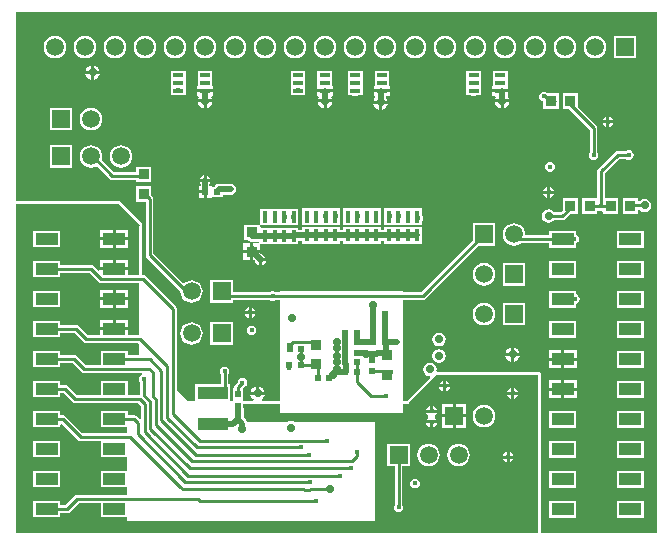
<source format=gbl>
G04*
G04 #@! TF.GenerationSoftware,Altium Limited,Altium Designer,19.0.10 (269)*
G04*
G04 Layer_Physical_Order=4*
G04 Layer_Color=16711680*
%FSLAX25Y25*%
%MOIN*%
G70*
G01*
G75*
%ADD10C,0.01000*%
%ADD17R,0.03500X0.03500*%
%ADD18R,0.03500X0.03500*%
%ADD25R,0.02362X0.01968*%
%ADD26R,0.01968X0.02362*%
%ADD41C,0.02000*%
%ADD42C,0.05906*%
%ADD43R,0.05906X0.05906*%
%ADD44C,0.02800*%
%ADD45C,0.01600*%
%ADD50R,0.07480X0.04016*%
%ADD51R,0.03350X0.01400*%
%ADD52R,0.10236X0.04331*%
%ADD53R,0.01575X0.03937*%
G36*
X41200Y102511D02*
X41000Y102300D01*
Y86018D01*
X37461D01*
Y87500D01*
X27542D01*
X27518Y87490D01*
X26071Y88937D01*
X25641Y89225D01*
X25134Y89325D01*
X14820D01*
Y90808D01*
X5739D01*
Y85192D01*
X14820D01*
Y86674D01*
X24585D01*
X27505Y83755D01*
X27935Y83468D01*
X28442Y83367D01*
X41000D01*
Y65868D01*
X37461D01*
Y67500D01*
X32721D01*
X27980D01*
Y65868D01*
X24006D01*
X20937Y68937D01*
X20507Y69225D01*
X20000Y69326D01*
X14820D01*
Y70808D01*
X5739D01*
Y65192D01*
X14820D01*
Y66675D01*
X19451D01*
X22520Y63606D01*
X22950Y63318D01*
X23457Y63217D01*
X40681D01*
X41000Y62899D01*
Y59325D01*
X37261D01*
Y60808D01*
X28180D01*
Y55968D01*
X23364D01*
X20394Y58937D01*
X19964Y59225D01*
X19457Y59325D01*
X14820D01*
Y60808D01*
X5739D01*
Y55192D01*
X14820D01*
Y56674D01*
X18908D01*
X21878Y53705D01*
X22308Y53418D01*
X22815Y53317D01*
X42034D01*
X42083Y52817D01*
X41876Y52776D01*
X41346Y52422D01*
X40993Y51893D01*
X40869Y51269D01*
X40993Y50644D01*
X41175Y50372D01*
Y46046D01*
X41151Y46018D01*
X37261D01*
Y50808D01*
X28180D01*
Y46018D01*
X20248D01*
X17328Y48937D01*
X16898Y49225D01*
X16391Y49325D01*
X14820D01*
Y50808D01*
X5739D01*
Y45192D01*
X14820D01*
Y46674D01*
X15842D01*
X18762Y43755D01*
X19192Y43468D01*
X19699Y43367D01*
X40759D01*
X41675Y42451D01*
Y38083D01*
X41175Y37876D01*
X40113Y38937D01*
X39683Y39225D01*
X39176Y39325D01*
X37261D01*
Y40808D01*
X28180D01*
Y35192D01*
X37000D01*
Y33325D01*
X22049D01*
X16437Y38937D01*
X16007Y39225D01*
X15500Y39325D01*
X14820D01*
Y40808D01*
X5739D01*
Y35192D01*
X14820D01*
Y36099D01*
X15320Y36306D01*
X20563Y31063D01*
X20993Y30775D01*
X21500Y30674D01*
X28180D01*
Y25192D01*
X37000D01*
Y20808D01*
X28180D01*
Y15192D01*
X37000D01*
Y12633D01*
X20308D01*
X19801Y12532D01*
X19371Y12245D01*
X16451Y9325D01*
X14820D01*
Y10808D01*
X5739D01*
Y5192D01*
X14820D01*
Y6674D01*
X17000D01*
X17507Y6775D01*
X17937Y7063D01*
X20857Y9982D01*
X28180D01*
Y5192D01*
X37000D01*
Y4000D01*
X119732D01*
Y37000D01*
X93124D01*
X92734Y37261D01*
X91798Y37447D01*
X90861Y37261D01*
X90471Y37000D01*
X77190D01*
X77180Y37053D01*
X76782Y37648D01*
X75835Y38595D01*
Y41607D01*
X75784Y41863D01*
Y43000D01*
X88000D01*
Y40000D01*
X129000D01*
Y43000D01*
X131000D01*
Y43500D01*
X140118Y52618D01*
X174000D01*
X174000Y-0D01*
X0Y0D01*
Y109500D01*
X34211D01*
X41200Y102511D01*
D02*
G37*
G36*
X213500Y173500D02*
X213500Y-0D01*
X175000Y0D01*
Y53000D01*
X174500Y53500D01*
X140532Y53498D01*
X140143Y53998D01*
X140243Y54500D01*
X140072Y55358D01*
X139586Y56086D01*
X138858Y56572D01*
X138000Y56743D01*
X137142Y56572D01*
X136414Y56086D01*
X135928Y55358D01*
X135757Y54500D01*
X135928Y53642D01*
X136414Y52914D01*
X137142Y52428D01*
X137875Y52282D01*
X138107Y51807D01*
X130300Y44000D01*
X129000D01*
Y77675D01*
X135500D01*
X136007Y77775D01*
X136437Y78063D01*
X154122Y95747D01*
X159753D01*
Y103253D01*
X152247D01*
Y97622D01*
X134951Y80326D01*
X129000D01*
Y80485D01*
X128835Y80650D01*
X88000Y80808D01*
Y80326D01*
X86396D01*
X86124Y80507D01*
X85500Y80631D01*
X84876Y80507D01*
X84604Y80326D01*
X72253D01*
Y84253D01*
X64747D01*
Y76747D01*
X72253D01*
Y77675D01*
X84604D01*
X84876Y77493D01*
X85500Y77369D01*
X86124Y77493D01*
X86396Y77675D01*
X88000D01*
Y44000D01*
X81978D01*
X81827Y44500D01*
X82230Y44770D01*
X82761Y45564D01*
X82848Y46000D01*
X78152D01*
X78239Y45564D01*
X78770Y44770D01*
X79173Y44500D01*
X79022Y44000D01*
X75784D01*
Y48375D01*
X76108Y48509D01*
X76638Y48862D01*
X76991Y49391D01*
X77116Y50016D01*
X76991Y50640D01*
X76638Y51169D01*
X76108Y51523D01*
X75484Y51647D01*
X74860Y51523D01*
X74331Y51169D01*
X73977Y50640D01*
X73913Y50319D01*
X73063Y49469D01*
X72775Y49039D01*
X72675Y48531D01*
Y48375D01*
X72216D01*
Y44000D01*
X71418D01*
Y49780D01*
X70825D01*
Y52972D01*
X71007Y53243D01*
X71131Y53868D01*
X71007Y54492D01*
X70653Y55021D01*
X70124Y55375D01*
X69500Y55499D01*
X68876Y55375D01*
X68347Y55021D01*
X67993Y54492D01*
X67869Y53868D01*
X67993Y53243D01*
X68174Y52972D01*
Y49780D01*
X59582D01*
Y44000D01*
X57000D01*
Y44326D01*
X53817Y47509D01*
Y74509D01*
X53716Y75016D01*
X53429Y75446D01*
X43245Y85629D01*
X42815Y85917D01*
X42308Y86018D01*
X42000D01*
Y102432D01*
X42016Y102511D01*
X42013Y102522D01*
X42015Y102533D01*
X42000Y102601D01*
Y103000D01*
X34500Y110500D01*
X0D01*
X-0Y173500D01*
X213500Y173500D01*
D02*
G37*
%LPC*%
G36*
X37461Y101008D02*
X33220D01*
Y98500D01*
X37461D01*
Y101008D01*
D02*
G37*
G36*
X32221D02*
X27980D01*
Y98500D01*
X32221D01*
Y101008D01*
D02*
G37*
G36*
X14820Y100808D02*
X5739D01*
Y95192D01*
X14820D01*
Y100808D01*
D02*
G37*
G36*
X37461Y97500D02*
X33220D01*
Y94992D01*
X37461D01*
Y97500D01*
D02*
G37*
G36*
X32221D02*
X27980D01*
Y94992D01*
X32221D01*
Y97500D01*
D02*
G37*
G36*
X37461Y91008D02*
X33220D01*
Y88500D01*
X37461D01*
Y91008D01*
D02*
G37*
G36*
X32221D02*
X27980D01*
Y88500D01*
X32221D01*
Y91008D01*
D02*
G37*
G36*
X37461Y81008D02*
X33220D01*
Y78500D01*
X37461D01*
Y81008D01*
D02*
G37*
G36*
X32221D02*
X27980D01*
Y78500D01*
X32221D01*
Y81008D01*
D02*
G37*
G36*
X14820Y80808D02*
X5739D01*
Y75192D01*
X14820D01*
Y80808D01*
D02*
G37*
G36*
X37461Y77500D02*
X33220D01*
Y74992D01*
X37461D01*
Y77500D01*
D02*
G37*
G36*
X32221D02*
X27980D01*
Y74992D01*
X32221D01*
Y77500D01*
D02*
G37*
G36*
X37461Y71008D02*
X33220D01*
Y68500D01*
X37461D01*
Y71008D01*
D02*
G37*
G36*
X32221D02*
X27980D01*
Y68500D01*
X32221D01*
Y71008D01*
D02*
G37*
G36*
X143331Y50736D02*
Y49500D01*
X144567D01*
X144526Y49702D01*
X144129Y50298D01*
X143533Y50696D01*
X143331Y50736D01*
D02*
G37*
G36*
X142331D02*
X142129Y50696D01*
X141533Y50298D01*
X141135Y49702D01*
X141095Y49500D01*
X142331D01*
Y50736D01*
D02*
G37*
G36*
X144567Y48500D02*
X143331D01*
Y47264D01*
X143533Y47304D01*
X144129Y47702D01*
X144526Y48298D01*
X144567Y48500D01*
D02*
G37*
G36*
X142331D02*
X141095D01*
X141135Y48298D01*
X141533Y47702D01*
X142129Y47304D01*
X142331Y47264D01*
Y48500D01*
D02*
G37*
G36*
X166000Y48236D02*
Y47000D01*
X167236D01*
X167196Y47202D01*
X166798Y47798D01*
X166202Y48196D01*
X166000Y48236D01*
D02*
G37*
G36*
X165000D02*
X164798Y48196D01*
X164202Y47798D01*
X163804Y47202D01*
X163764Y47000D01*
X165000D01*
Y48236D01*
D02*
G37*
G36*
X167236Y46000D02*
X166000D01*
Y44764D01*
X166202Y44804D01*
X166798Y45202D01*
X167196Y45798D01*
X167236Y46000D01*
D02*
G37*
G36*
X165000D02*
X163764D01*
X163804Y45798D01*
X164202Y45202D01*
X164798Y44804D01*
X165000Y44764D01*
Y46000D01*
D02*
G37*
G36*
X139000Y42236D02*
Y41000D01*
X140236D01*
X140196Y41202D01*
X139798Y41798D01*
X139202Y42196D01*
X139000Y42236D01*
D02*
G37*
G36*
X138000D02*
X137798Y42196D01*
X137202Y41798D01*
X136804Y41202D01*
X136764Y41000D01*
X138000D01*
Y42236D01*
D02*
G37*
G36*
X149953Y42953D02*
X146500D01*
Y39500D01*
X149953D01*
Y42953D01*
D02*
G37*
G36*
X145500D02*
X142047D01*
Y39500D01*
X145500D01*
Y42953D01*
D02*
G37*
G36*
X140236Y40000D02*
X136764D01*
X136804Y39798D01*
X137202Y39202D01*
X137429Y39051D01*
Y38449D01*
X137202Y38298D01*
X136804Y37702D01*
X136764Y37500D01*
X140236D01*
X140196Y37702D01*
X139798Y38298D01*
X139571Y38449D01*
Y39051D01*
X139798Y39202D01*
X140196Y39798D01*
X140236Y40000D01*
D02*
G37*
G36*
Y36500D02*
X139000D01*
Y35264D01*
X139202Y35304D01*
X139798Y35702D01*
X140196Y36298D01*
X140236Y36500D01*
D02*
G37*
G36*
X138000D02*
X136764D01*
X136804Y36298D01*
X137202Y35702D01*
X137798Y35304D01*
X138000Y35264D01*
Y36500D01*
D02*
G37*
G36*
X156000Y42785D02*
X155020Y42656D01*
X154107Y42278D01*
X153323Y41677D01*
X152722Y40893D01*
X152344Y39980D01*
X152215Y39000D01*
X152344Y38020D01*
X152722Y37107D01*
X153323Y36323D01*
X154107Y35722D01*
X155020Y35344D01*
X156000Y35215D01*
X156980Y35344D01*
X157893Y35722D01*
X158677Y36323D01*
X159278Y37107D01*
X159656Y38020D01*
X159785Y39000D01*
X159656Y39980D01*
X159278Y40893D01*
X158677Y41677D01*
X157893Y42278D01*
X156980Y42656D01*
X156000Y42785D01*
D02*
G37*
G36*
X149953Y38500D02*
X146500D01*
Y35047D01*
X149953D01*
Y38500D01*
D02*
G37*
G36*
X145500D02*
X142047D01*
Y35047D01*
X145500D01*
Y38500D01*
D02*
G37*
G36*
X164500Y26980D02*
Y25744D01*
X165736D01*
X165696Y25946D01*
X165298Y26542D01*
X164702Y26939D01*
X164500Y26980D01*
D02*
G37*
G36*
X163500D02*
X163298Y26939D01*
X162702Y26542D01*
X162304Y25946D01*
X162264Y25744D01*
X163500D01*
Y26980D01*
D02*
G37*
G36*
X14820Y30808D02*
X5739D01*
Y25192D01*
X14820D01*
Y30808D01*
D02*
G37*
G36*
X165736Y24744D02*
X164500D01*
Y23508D01*
X164702Y23548D01*
X165298Y23946D01*
X165696Y24542D01*
X165736Y24744D01*
D02*
G37*
G36*
X163500D02*
X162264D01*
X162304Y24542D01*
X162702Y23946D01*
X163298Y23548D01*
X163500Y23508D01*
Y24744D01*
D02*
G37*
G36*
X147500Y29785D02*
X146520Y29656D01*
X145607Y29278D01*
X144824Y28677D01*
X144222Y27893D01*
X143844Y26980D01*
X143715Y26000D01*
X143844Y25020D01*
X144222Y24107D01*
X144824Y23324D01*
X145607Y22722D01*
X146520Y22344D01*
X147500Y22215D01*
X148480Y22344D01*
X149393Y22722D01*
X150177Y23324D01*
X150778Y24107D01*
X151156Y25020D01*
X151285Y26000D01*
X151156Y26980D01*
X150778Y27893D01*
X150177Y28677D01*
X149393Y29278D01*
X148480Y29656D01*
X147500Y29785D01*
D02*
G37*
G36*
X137500D02*
X136520Y29656D01*
X135607Y29278D01*
X134824Y28677D01*
X134222Y27893D01*
X133844Y26980D01*
X133715Y26000D01*
X133844Y25020D01*
X134222Y24107D01*
X134824Y23324D01*
X135607Y22722D01*
X136520Y22344D01*
X137500Y22215D01*
X138480Y22344D01*
X139393Y22722D01*
X140176Y23324D01*
X140778Y24107D01*
X141156Y25020D01*
X141285Y26000D01*
X141156Y26980D01*
X140778Y27893D01*
X140176Y28677D01*
X139393Y29278D01*
X138480Y29656D01*
X137500Y29785D01*
D02*
G37*
G36*
X14820Y20808D02*
X5739D01*
Y15192D01*
X14820D01*
Y20808D01*
D02*
G37*
G36*
X133000Y18131D02*
X132376Y18007D01*
X131846Y17653D01*
X131493Y17124D01*
X131369Y16500D01*
X131493Y15876D01*
X131846Y15347D01*
X132376Y14993D01*
X133000Y14869D01*
X133624Y14993D01*
X134153Y15347D01*
X134507Y15876D01*
X134631Y16500D01*
X134507Y17124D01*
X134153Y17653D01*
X133624Y18007D01*
X133000Y18131D01*
D02*
G37*
G36*
X131253Y29753D02*
X123747D01*
Y22247D01*
X126174D01*
Y9396D01*
X125993Y9124D01*
X125869Y8500D01*
X125993Y7876D01*
X126347Y7346D01*
X126876Y6993D01*
X127500Y6869D01*
X128124Y6993D01*
X128654Y7346D01*
X129007Y7876D01*
X129131Y8500D01*
X129007Y9124D01*
X128825Y9396D01*
Y22247D01*
X131253D01*
Y29753D01*
D02*
G37*
G36*
X206753Y165753D02*
X199247D01*
Y158247D01*
X206753D01*
Y165753D01*
D02*
G37*
G36*
X193000Y165785D02*
X192020Y165656D01*
X191107Y165278D01*
X190323Y164676D01*
X189722Y163893D01*
X189344Y162980D01*
X189215Y162000D01*
X189344Y161020D01*
X189722Y160107D01*
X190323Y159324D01*
X191107Y158722D01*
X192020Y158344D01*
X193000Y158215D01*
X193980Y158344D01*
X194893Y158722D01*
X195677Y159324D01*
X196278Y160107D01*
X196656Y161020D01*
X196785Y162000D01*
X196656Y162980D01*
X196278Y163893D01*
X195677Y164676D01*
X194893Y165278D01*
X193980Y165656D01*
X193000Y165785D01*
D02*
G37*
G36*
X183000D02*
X182020Y165656D01*
X181107Y165278D01*
X180324Y164676D01*
X179722Y163893D01*
X179344Y162980D01*
X179215Y162000D01*
X179344Y161020D01*
X179722Y160107D01*
X180324Y159324D01*
X181107Y158722D01*
X182020Y158344D01*
X183000Y158215D01*
X183980Y158344D01*
X184893Y158722D01*
X185677Y159324D01*
X186278Y160107D01*
X186656Y161020D01*
X186785Y162000D01*
X186656Y162980D01*
X186278Y163893D01*
X185677Y164676D01*
X184893Y165278D01*
X183980Y165656D01*
X183000Y165785D01*
D02*
G37*
G36*
X173000D02*
X172020Y165656D01*
X171107Y165278D01*
X170324Y164676D01*
X169722Y163893D01*
X169344Y162980D01*
X169215Y162000D01*
X169344Y161020D01*
X169722Y160107D01*
X170324Y159324D01*
X171107Y158722D01*
X172020Y158344D01*
X173000Y158215D01*
X173980Y158344D01*
X174893Y158722D01*
X175677Y159324D01*
X176278Y160107D01*
X176656Y161020D01*
X176785Y162000D01*
X176656Y162980D01*
X176278Y163893D01*
X175677Y164676D01*
X174893Y165278D01*
X173980Y165656D01*
X173000Y165785D01*
D02*
G37*
G36*
X163000D02*
X162020Y165656D01*
X161107Y165278D01*
X160324Y164676D01*
X159722Y163893D01*
X159344Y162980D01*
X159215Y162000D01*
X159344Y161020D01*
X159722Y160107D01*
X160324Y159324D01*
X161107Y158722D01*
X162020Y158344D01*
X163000Y158215D01*
X163980Y158344D01*
X164893Y158722D01*
X165676Y159324D01*
X166278Y160107D01*
X166656Y161020D01*
X166785Y162000D01*
X166656Y162980D01*
X166278Y163893D01*
X165676Y164676D01*
X164893Y165278D01*
X163980Y165656D01*
X163000Y165785D01*
D02*
G37*
G36*
X153000D02*
X152020Y165656D01*
X151107Y165278D01*
X150323Y164676D01*
X149722Y163893D01*
X149344Y162980D01*
X149215Y162000D01*
X149344Y161020D01*
X149722Y160107D01*
X150323Y159324D01*
X151107Y158722D01*
X152020Y158344D01*
X153000Y158215D01*
X153980Y158344D01*
X154893Y158722D01*
X155676Y159324D01*
X156278Y160107D01*
X156656Y161020D01*
X156785Y162000D01*
X156656Y162980D01*
X156278Y163893D01*
X155676Y164676D01*
X154893Y165278D01*
X153980Y165656D01*
X153000Y165785D01*
D02*
G37*
G36*
X143000D02*
X142020Y165656D01*
X141107Y165278D01*
X140323Y164676D01*
X139722Y163893D01*
X139344Y162980D01*
X139215Y162000D01*
X139344Y161020D01*
X139722Y160107D01*
X140323Y159324D01*
X141107Y158722D01*
X142020Y158344D01*
X143000Y158215D01*
X143980Y158344D01*
X144893Y158722D01*
X145677Y159324D01*
X146278Y160107D01*
X146656Y161020D01*
X146785Y162000D01*
X146656Y162980D01*
X146278Y163893D01*
X145677Y164676D01*
X144893Y165278D01*
X143980Y165656D01*
X143000Y165785D01*
D02*
G37*
G36*
X133000D02*
X132020Y165656D01*
X131107Y165278D01*
X130324Y164676D01*
X129722Y163893D01*
X129344Y162980D01*
X129215Y162000D01*
X129344Y161020D01*
X129722Y160107D01*
X130324Y159324D01*
X131107Y158722D01*
X132020Y158344D01*
X133000Y158215D01*
X133980Y158344D01*
X134893Y158722D01*
X135677Y159324D01*
X136278Y160107D01*
X136656Y161020D01*
X136785Y162000D01*
X136656Y162980D01*
X136278Y163893D01*
X135677Y164676D01*
X134893Y165278D01*
X133980Y165656D01*
X133000Y165785D01*
D02*
G37*
G36*
X123000D02*
X122020Y165656D01*
X121107Y165278D01*
X120324Y164676D01*
X119722Y163893D01*
X119344Y162980D01*
X119215Y162000D01*
X119344Y161020D01*
X119722Y160107D01*
X120324Y159324D01*
X121107Y158722D01*
X122020Y158344D01*
X123000Y158215D01*
X123980Y158344D01*
X124893Y158722D01*
X125677Y159324D01*
X126278Y160107D01*
X126656Y161020D01*
X126785Y162000D01*
X126656Y162980D01*
X126278Y163893D01*
X125677Y164676D01*
X124893Y165278D01*
X123980Y165656D01*
X123000Y165785D01*
D02*
G37*
G36*
X113000D02*
X112020Y165656D01*
X111107Y165278D01*
X110324Y164676D01*
X109722Y163893D01*
X109344Y162980D01*
X109215Y162000D01*
X109344Y161020D01*
X109722Y160107D01*
X110324Y159324D01*
X111107Y158722D01*
X112020Y158344D01*
X113000Y158215D01*
X113980Y158344D01*
X114893Y158722D01*
X115676Y159324D01*
X116278Y160107D01*
X116656Y161020D01*
X116785Y162000D01*
X116656Y162980D01*
X116278Y163893D01*
X115676Y164676D01*
X114893Y165278D01*
X113980Y165656D01*
X113000Y165785D01*
D02*
G37*
G36*
X103000D02*
X102020Y165656D01*
X101107Y165278D01*
X100323Y164676D01*
X99722Y163893D01*
X99344Y162980D01*
X99215Y162000D01*
X99344Y161020D01*
X99722Y160107D01*
X100323Y159324D01*
X101107Y158722D01*
X102020Y158344D01*
X103000Y158215D01*
X103980Y158344D01*
X104893Y158722D01*
X105676Y159324D01*
X106278Y160107D01*
X106656Y161020D01*
X106785Y162000D01*
X106656Y162980D01*
X106278Y163893D01*
X105676Y164676D01*
X104893Y165278D01*
X103980Y165656D01*
X103000Y165785D01*
D02*
G37*
G36*
X93000D02*
X92020Y165656D01*
X91107Y165278D01*
X90324Y164676D01*
X89722Y163893D01*
X89344Y162980D01*
X89215Y162000D01*
X89344Y161020D01*
X89722Y160107D01*
X90324Y159324D01*
X91107Y158722D01*
X92020Y158344D01*
X93000Y158215D01*
X93980Y158344D01*
X94893Y158722D01*
X95676Y159324D01*
X96278Y160107D01*
X96656Y161020D01*
X96785Y162000D01*
X96656Y162980D01*
X96278Y163893D01*
X95676Y164676D01*
X94893Y165278D01*
X93980Y165656D01*
X93000Y165785D01*
D02*
G37*
G36*
X83000D02*
X82020Y165656D01*
X81107Y165278D01*
X80323Y164676D01*
X79722Y163893D01*
X79344Y162980D01*
X79215Y162000D01*
X79344Y161020D01*
X79722Y160107D01*
X80323Y159324D01*
X81107Y158722D01*
X82020Y158344D01*
X83000Y158215D01*
X83980Y158344D01*
X84893Y158722D01*
X85676Y159324D01*
X86278Y160107D01*
X86656Y161020D01*
X86785Y162000D01*
X86656Y162980D01*
X86278Y163893D01*
X85676Y164676D01*
X84893Y165278D01*
X83980Y165656D01*
X83000Y165785D01*
D02*
G37*
G36*
X73000D02*
X72020Y165656D01*
X71107Y165278D01*
X70323Y164676D01*
X69722Y163893D01*
X69344Y162980D01*
X69215Y162000D01*
X69344Y161020D01*
X69722Y160107D01*
X70323Y159324D01*
X71107Y158722D01*
X72020Y158344D01*
X73000Y158215D01*
X73980Y158344D01*
X74893Y158722D01*
X75677Y159324D01*
X76278Y160107D01*
X76656Y161020D01*
X76785Y162000D01*
X76656Y162980D01*
X76278Y163893D01*
X75677Y164676D01*
X74893Y165278D01*
X73980Y165656D01*
X73000Y165785D01*
D02*
G37*
G36*
X63000D02*
X62020Y165656D01*
X61107Y165278D01*
X60324Y164676D01*
X59722Y163893D01*
X59344Y162980D01*
X59215Y162000D01*
X59344Y161020D01*
X59722Y160107D01*
X60324Y159324D01*
X61107Y158722D01*
X62020Y158344D01*
X63000Y158215D01*
X63980Y158344D01*
X64893Y158722D01*
X65676Y159324D01*
X66278Y160107D01*
X66656Y161020D01*
X66785Y162000D01*
X66656Y162980D01*
X66278Y163893D01*
X65676Y164676D01*
X64893Y165278D01*
X63980Y165656D01*
X63000Y165785D01*
D02*
G37*
G36*
X53000D02*
X52020Y165656D01*
X51107Y165278D01*
X50323Y164676D01*
X49722Y163893D01*
X49344Y162980D01*
X49215Y162000D01*
X49344Y161020D01*
X49722Y160107D01*
X50323Y159324D01*
X51107Y158722D01*
X52020Y158344D01*
X53000Y158215D01*
X53980Y158344D01*
X54893Y158722D01*
X55677Y159324D01*
X56278Y160107D01*
X56656Y161020D01*
X56785Y162000D01*
X56656Y162980D01*
X56278Y163893D01*
X55677Y164676D01*
X54893Y165278D01*
X53980Y165656D01*
X53000Y165785D01*
D02*
G37*
G36*
X43000D02*
X42020Y165656D01*
X41107Y165278D01*
X40323Y164676D01*
X39722Y163893D01*
X39344Y162980D01*
X39215Y162000D01*
X39344Y161020D01*
X39722Y160107D01*
X40323Y159324D01*
X41107Y158722D01*
X42020Y158344D01*
X43000Y158215D01*
X43980Y158344D01*
X44893Y158722D01*
X45676Y159324D01*
X46278Y160107D01*
X46656Y161020D01*
X46785Y162000D01*
X46656Y162980D01*
X46278Y163893D01*
X45676Y164676D01*
X44893Y165278D01*
X43980Y165656D01*
X43000Y165785D01*
D02*
G37*
G36*
X33000D02*
X32020Y165656D01*
X31107Y165278D01*
X30323Y164676D01*
X29722Y163893D01*
X29344Y162980D01*
X29215Y162000D01*
X29344Y161020D01*
X29722Y160107D01*
X30323Y159324D01*
X31107Y158722D01*
X32020Y158344D01*
X33000Y158215D01*
X33980Y158344D01*
X34893Y158722D01*
X35677Y159324D01*
X36278Y160107D01*
X36656Y161020D01*
X36785Y162000D01*
X36656Y162980D01*
X36278Y163893D01*
X35677Y164676D01*
X34893Y165278D01*
X33980Y165656D01*
X33000Y165785D01*
D02*
G37*
G36*
X23000D02*
X22020Y165656D01*
X21107Y165278D01*
X20324Y164676D01*
X19722Y163893D01*
X19344Y162980D01*
X19215Y162000D01*
X19344Y161020D01*
X19722Y160107D01*
X20324Y159324D01*
X21107Y158722D01*
X22020Y158344D01*
X23000Y158215D01*
X23980Y158344D01*
X24893Y158722D01*
X25677Y159324D01*
X26278Y160107D01*
X26656Y161020D01*
X26785Y162000D01*
X26656Y162980D01*
X26278Y163893D01*
X25677Y164676D01*
X24893Y165278D01*
X23980Y165656D01*
X23000Y165785D01*
D02*
G37*
G36*
X13000D02*
X12020Y165656D01*
X11107Y165278D01*
X10323Y164676D01*
X9722Y163893D01*
X9344Y162980D01*
X9215Y162000D01*
X9344Y161020D01*
X9722Y160107D01*
X10323Y159324D01*
X11107Y158722D01*
X12020Y158344D01*
X13000Y158215D01*
X13980Y158344D01*
X14893Y158722D01*
X15676Y159324D01*
X16278Y160107D01*
X16656Y161020D01*
X16785Y162000D01*
X16656Y162980D01*
X16278Y163893D01*
X15676Y164676D01*
X14893Y165278D01*
X13980Y165656D01*
X13000Y165785D01*
D02*
G37*
G36*
X26000Y155848D02*
Y154000D01*
X27848D01*
X27761Y154436D01*
X27230Y155230D01*
X26436Y155761D01*
X26000Y155848D01*
D02*
G37*
G36*
X25000D02*
X24564Y155761D01*
X23770Y155230D01*
X23239Y154436D01*
X23152Y154000D01*
X25000D01*
Y155848D01*
D02*
G37*
G36*
X27848Y153000D02*
X26000D01*
Y151152D01*
X26436Y151239D01*
X27230Y151770D01*
X27761Y152564D01*
X27848Y153000D01*
D02*
G37*
G36*
X25000D02*
X23152D01*
X23239Y152564D01*
X23770Y151770D01*
X24564Y151239D01*
X25000Y151152D01*
Y153000D01*
D02*
G37*
G36*
X103000Y154131D02*
X102636Y154059D01*
X100475D01*
Y149141D01*
X100275D01*
Y147941D01*
X102950D01*
X105625D01*
Y149141D01*
X105425D01*
Y154059D01*
X103364D01*
X103000Y154131D01*
D02*
G37*
G36*
X63000D02*
X62636Y154059D01*
X60525D01*
Y149141D01*
X60325D01*
Y147941D01*
X63000D01*
X65675D01*
Y149141D01*
X65475D01*
Y154059D01*
X63364D01*
X63000Y154131D01*
D02*
G37*
G36*
X161500D02*
X160985Y154029D01*
X159000D01*
Y149111D01*
X158800D01*
Y147911D01*
X161475D01*
X164150D01*
Y149111D01*
X163950D01*
Y154029D01*
X162015D01*
X161500Y154131D01*
D02*
G37*
G36*
X122000D02*
X121485Y154029D01*
X119500D01*
Y149111D01*
X119300D01*
Y147911D01*
X121975D01*
X124650D01*
Y149111D01*
X124450D01*
Y154029D01*
X122515D01*
X122000Y154131D01*
D02*
G37*
G36*
X96475Y154059D02*
X91525D01*
Y151059D01*
Y148500D01*
Y145941D01*
X93636D01*
X94000Y145869D01*
X94364Y145941D01*
X96475D01*
Y148500D01*
Y151059D01*
Y154059D01*
D02*
G37*
G36*
X56525D02*
X51575D01*
Y151059D01*
Y148500D01*
Y145941D01*
X53661D01*
X54025Y145869D01*
X54389Y145941D01*
X56525D01*
Y148500D01*
Y151059D01*
Y154059D01*
D02*
G37*
G36*
X155000Y154029D02*
X150050D01*
Y151029D01*
Y148470D01*
Y145911D01*
X151624D01*
X151876Y145743D01*
X152500Y145619D01*
X153124Y145743D01*
X153376Y145911D01*
X155000D01*
Y148470D01*
Y151029D01*
Y154029D01*
D02*
G37*
G36*
X115500D02*
X110550D01*
Y151029D01*
Y148470D01*
Y145911D01*
X112077D01*
X112329Y145743D01*
X112953Y145619D01*
X113577Y145743D01*
X113829Y145911D01*
X115500D01*
Y148470D01*
Y151029D01*
Y154029D01*
D02*
G37*
G36*
X164150Y146911D02*
X161475D01*
X158800D01*
Y145711D01*
X159726D01*
X159962Y145270D01*
X159739Y144936D01*
X159652Y144500D01*
X164348D01*
X164261Y144936D01*
X163969Y145373D01*
X164150Y145711D01*
X164150D01*
Y146911D01*
D02*
G37*
G36*
X105625Y146941D02*
X102950D01*
X100275D01*
Y145741D01*
X100675D01*
X100943Y145241D01*
X100739Y144936D01*
X100652Y144500D01*
X105348D01*
X105261Y144936D01*
X105057Y145241D01*
X105324Y145741D01*
X105625D01*
Y146941D01*
D02*
G37*
G36*
X65675D02*
X63000D01*
X60325D01*
Y145741D01*
X60676D01*
X60943Y145241D01*
X60739Y144936D01*
X60652Y144500D01*
X65348D01*
X65261Y144936D01*
X65057Y145241D01*
X65324Y145741D01*
X65675D01*
Y146941D01*
D02*
G37*
G36*
X124650Y146911D02*
X121975D01*
X119300D01*
Y145711D01*
X119628D01*
X119714Y145427D01*
X119757Y145211D01*
X119239Y144436D01*
X119152Y144000D01*
X123848D01*
X123761Y144436D01*
X123243Y145211D01*
X123286Y145427D01*
X123372Y145711D01*
X124650D01*
Y146911D01*
D02*
G37*
G36*
X164348Y143500D02*
X162500D01*
Y141652D01*
X162936Y141739D01*
X163730Y142270D01*
X164261Y143064D01*
X164348Y143500D01*
D02*
G37*
G36*
X161500D02*
X159652D01*
X159739Y143064D01*
X160270Y142270D01*
X161064Y141739D01*
X161500Y141652D01*
Y143500D01*
D02*
G37*
G36*
X105348D02*
X103500D01*
Y141652D01*
X103936Y141739D01*
X104730Y142270D01*
X105261Y143064D01*
X105348Y143500D01*
D02*
G37*
G36*
X102500D02*
X100652D01*
X100739Y143064D01*
X101270Y142270D01*
X102064Y141739D01*
X102500Y141652D01*
Y143500D01*
D02*
G37*
G36*
X65348D02*
X63500D01*
Y141652D01*
X63936Y141739D01*
X64730Y142270D01*
X65261Y143064D01*
X65348Y143500D01*
D02*
G37*
G36*
X62500D02*
X60652D01*
X60739Y143064D01*
X61270Y142270D01*
X62064Y141739D01*
X62500Y141652D01*
Y143500D01*
D02*
G37*
G36*
X176000Y147131D02*
X175376Y147007D01*
X174846Y146653D01*
X174493Y146124D01*
X174369Y145500D01*
X174493Y144876D01*
X174846Y144346D01*
X175376Y143993D01*
X175732Y143922D01*
Y141450D01*
X180832D01*
Y143714D01*
X180888Y144000D01*
X180832Y144286D01*
Y146550D01*
X177223D01*
X177154Y146653D01*
X176624Y147007D01*
X176000Y147131D01*
D02*
G37*
G36*
X123848Y143000D02*
X122000D01*
Y141152D01*
X122436Y141239D01*
X123230Y141770D01*
X123761Y142564D01*
X123848Y143000D01*
D02*
G37*
G36*
X121000D02*
X119152D01*
X119239Y142564D01*
X119770Y141770D01*
X120564Y141239D01*
X121000Y141152D01*
Y143000D01*
D02*
G37*
G36*
X197744Y138736D02*
Y137500D01*
X198980D01*
X198940Y137702D01*
X198542Y138298D01*
X197946Y138696D01*
X197744Y138736D01*
D02*
G37*
G36*
X196744D02*
X196542Y138696D01*
X195946Y138298D01*
X195548Y137702D01*
X195508Y137500D01*
X196744D01*
Y138736D01*
D02*
G37*
G36*
X198980Y136500D02*
X197744D01*
Y135264D01*
X197946Y135304D01*
X198542Y135702D01*
X198940Y136298D01*
X198980Y136500D01*
D02*
G37*
G36*
X196744D02*
X195508D01*
X195548Y136298D01*
X195946Y135702D01*
X196542Y135304D01*
X196744Y135264D01*
Y136500D01*
D02*
G37*
G36*
X18753Y141753D02*
X11247D01*
Y134247D01*
X18753D01*
Y141753D01*
D02*
G37*
G36*
X25000Y141785D02*
X24020Y141656D01*
X23107Y141278D01*
X22323Y140676D01*
X21722Y139893D01*
X21344Y138980D01*
X21215Y138000D01*
X21344Y137020D01*
X21722Y136107D01*
X22323Y135324D01*
X23107Y134722D01*
X24020Y134344D01*
X25000Y134215D01*
X25980Y134344D01*
X26893Y134722D01*
X27676Y135324D01*
X28278Y136107D01*
X28656Y137020D01*
X28785Y138000D01*
X28656Y138980D01*
X28278Y139893D01*
X27676Y140676D01*
X26893Y141278D01*
X25980Y141656D01*
X25000Y141785D01*
D02*
G37*
G36*
X204300Y127631D02*
X203676Y127507D01*
X203404Y127325D01*
X200500D01*
X199993Y127225D01*
X199563Y126937D01*
X194063Y121437D01*
X193775Y121007D01*
X193675Y120500D01*
Y111550D01*
X188700D01*
Y106450D01*
X193800D01*
Y107298D01*
X194300Y107543D01*
X194376Y107493D01*
X195000Y107369D01*
X195200Y107408D01*
X195700Y106998D01*
Y106450D01*
X200800D01*
Y111550D01*
X196326D01*
Y119951D01*
X201049Y124674D01*
X203404D01*
X203676Y124493D01*
X204300Y124369D01*
X204924Y124493D01*
X205453Y124846D01*
X205807Y125376D01*
X205931Y126000D01*
X205807Y126624D01*
X205453Y127154D01*
X204924Y127507D01*
X204300Y127631D01*
D02*
G37*
G36*
X187331Y146550D02*
X182231D01*
Y144286D01*
X182175Y144000D01*
X182231Y143714D01*
Y141450D01*
X184176D01*
X191174Y134451D01*
Y126896D01*
X190993Y126624D01*
X190869Y126000D01*
X190993Y125376D01*
X191347Y124846D01*
X191876Y124493D01*
X192500Y124369D01*
X193124Y124493D01*
X193654Y124846D01*
X194007Y125376D01*
X194131Y126000D01*
X194007Y126624D01*
X193825Y126896D01*
Y135000D01*
X193725Y135507D01*
X193437Y135937D01*
X187331Y142043D01*
Y146550D01*
D02*
G37*
G36*
X18753Y129253D02*
X11247D01*
Y121747D01*
X18753D01*
Y129253D01*
D02*
G37*
G36*
X35000Y129285D02*
X34020Y129156D01*
X33107Y128778D01*
X32324Y128176D01*
X31722Y127393D01*
X31344Y126480D01*
X31215Y125500D01*
X31344Y124520D01*
X31722Y123607D01*
X32324Y122824D01*
X33107Y122222D01*
X34020Y121844D01*
X35000Y121715D01*
X35980Y121844D01*
X36893Y122222D01*
X37677Y122824D01*
X38278Y123607D01*
X38656Y124520D01*
X38785Y125500D01*
X38656Y126480D01*
X38278Y127393D01*
X37677Y128176D01*
X36893Y128778D01*
X35980Y129156D01*
X35000Y129285D01*
D02*
G37*
G36*
X178000Y123631D02*
X177376Y123507D01*
X176847Y123153D01*
X176493Y122624D01*
X176369Y122000D01*
X176493Y121376D01*
X176847Y120846D01*
X177376Y120493D01*
X178000Y120369D01*
X178624Y120493D01*
X179154Y120846D01*
X179507Y121376D01*
X179631Y122000D01*
X179507Y122624D01*
X179154Y123153D01*
X178624Y123507D01*
X178000Y123631D01*
D02*
G37*
G36*
X63531Y119236D02*
Y118000D01*
X64767D01*
X64727Y118202D01*
X64329Y118798D01*
X63734Y119196D01*
X63531Y119236D01*
D02*
G37*
G36*
X62531D02*
X62329Y119196D01*
X61734Y118798D01*
X61336Y118202D01*
X61296Y118000D01*
X62531D01*
Y119236D01*
D02*
G37*
G36*
X25000Y129285D02*
X24020Y129156D01*
X23107Y128778D01*
X22323Y128176D01*
X21722Y127393D01*
X21344Y126480D01*
X21215Y125500D01*
X21344Y124520D01*
X21722Y123607D01*
X22323Y122824D01*
X23107Y122222D01*
X24020Y121844D01*
X25000Y121715D01*
X25980Y121844D01*
X26893Y122222D01*
X26932Y122252D01*
X31122Y118063D01*
X31552Y117775D01*
X32059Y117675D01*
X39950D01*
Y116944D01*
X45050D01*
Y122044D01*
X39950D01*
Y120326D01*
X32608D01*
X28585Y124349D01*
X28656Y124520D01*
X28785Y125500D01*
X28656Y126480D01*
X28278Y127393D01*
X27676Y128176D01*
X26893Y128778D01*
X25980Y129156D01*
X25000Y129285D01*
D02*
G37*
G36*
X178000Y115236D02*
Y114000D01*
X179236D01*
X179196Y114202D01*
X178798Y114798D01*
X178202Y115196D01*
X178000Y115236D01*
D02*
G37*
G36*
X177000D02*
X176798Y115196D01*
X176202Y114798D01*
X175804Y114202D01*
X175764Y114000D01*
X177000D01*
Y115236D01*
D02*
G37*
G36*
X179236Y113000D02*
X178000D01*
Y111764D01*
X178202Y111804D01*
X178798Y112202D01*
X179196Y112798D01*
X179236Y113000D01*
D02*
G37*
G36*
X177000D02*
X175764D01*
X175804Y112798D01*
X176202Y112202D01*
X176798Y111804D01*
X177000Y111764D01*
Y113000D01*
D02*
G37*
G36*
X64767Y117000D02*
X61296D01*
X61336Y116798D01*
X61734Y116202D01*
X61760Y116185D01*
X61608Y115685D01*
X60850D01*
Y114201D01*
X63031D01*
Y113701D01*
X63531D01*
Y111717D01*
X65213D01*
Y111917D01*
X68950D01*
Y112665D01*
X71500D01*
X72202Y112804D01*
X72798Y113202D01*
X73196Y113798D01*
X73335Y114500D01*
X73196Y115202D01*
X72798Y115798D01*
X72202Y116196D01*
X71500Y116335D01*
X67500D01*
X66798Y116196D01*
X66202Y115798D01*
X65993Y115485D01*
X65213D01*
Y115685D01*
X64455D01*
X64303Y116185D01*
X64329Y116202D01*
X64727Y116798D01*
X64767Y117000D01*
D02*
G37*
G36*
X62531Y113201D02*
X60850D01*
Y111717D01*
X62531D01*
Y113201D01*
D02*
G37*
G36*
X187300Y111550D02*
X182200D01*
Y107634D01*
X181554Y106988D01*
X179260D01*
X179086Y107248D01*
X178358Y107735D01*
X177500Y107905D01*
X176642Y107735D01*
X175914Y107248D01*
X175428Y106521D01*
X175257Y105662D01*
X175428Y104804D01*
X175914Y104076D01*
X176642Y103590D01*
X177500Y103419D01*
X178358Y103590D01*
X179086Y104076D01*
X179260Y104337D01*
X182103D01*
X182610Y104438D01*
X183040Y104725D01*
X184765Y106450D01*
X187300D01*
Y111550D01*
D02*
G37*
G36*
X207300D02*
X202200D01*
Y106450D01*
X207300D01*
Y107729D01*
X207800Y107796D01*
X207914Y107625D01*
X208642Y107139D01*
X209500Y106968D01*
X210358Y107139D01*
X211086Y107625D01*
X211572Y108353D01*
X211743Y109211D01*
X211572Y110070D01*
X211086Y110797D01*
X210358Y111284D01*
X209500Y111454D01*
X208642Y111284D01*
X207914Y110797D01*
X207800Y110627D01*
X207300Y110694D01*
Y111550D01*
D02*
G37*
G36*
X135237Y108244D02*
X122613D01*
Y102707D01*
X135237D01*
Y103971D01*
X135507Y104376D01*
X135631Y105000D01*
X135507Y105624D01*
X135237Y106029D01*
Y108244D01*
D02*
G37*
G36*
X121570D02*
X108947D01*
Y105893D01*
X108869Y105500D01*
X108947Y105107D01*
Y102707D01*
X121570D01*
Y105194D01*
X121631Y105500D01*
X121570Y105806D01*
Y108244D01*
D02*
G37*
G36*
X107904D02*
X95280D01*
Y102707D01*
X107904D01*
Y104721D01*
X108007Y104876D01*
X108131Y105500D01*
X108007Y106124D01*
X107904Y106279D01*
Y108244D01*
D02*
G37*
G36*
X94087Y108068D02*
X81464D01*
Y106129D01*
X81343Y105948D01*
X81219Y105324D01*
X81343Y104700D01*
X81464Y104519D01*
Y103031D01*
X81464Y103008D01*
X81050Y102800D01*
X80886Y102800D01*
X75950D01*
Y97700D01*
X77183D01*
X77202Y97671D01*
X77798Y97273D01*
X78500Y97133D01*
X81016D01*
X81097Y97000D01*
X81094Y96961D01*
X80815Y96500D01*
X79000D01*
Y94250D01*
X81250D01*
Y95820D01*
X81464Y96232D01*
X81648Y96232D01*
X94087D01*
Y97341D01*
X95280D01*
Y96407D01*
X107904D01*
Y97341D01*
X108947D01*
Y96407D01*
X121570D01*
Y97341D01*
X122613D01*
Y96407D01*
X135237D01*
Y98312D01*
X135345Y98474D01*
X135485Y99176D01*
X135345Y99878D01*
X135237Y100040D01*
Y101944D01*
X122613D01*
Y101011D01*
X121570D01*
Y101944D01*
X108947D01*
Y101011D01*
X107904D01*
Y101944D01*
X95280D01*
Y101011D01*
X94087D01*
Y101769D01*
X81709D01*
X81253Y102181D01*
X81253Y102425D01*
X81464Y102531D01*
X81627Y102531D01*
Y102531D01*
X94087D01*
Y108068D01*
D02*
G37*
G36*
X209261Y100699D02*
X200180D01*
Y95083D01*
X209261D01*
Y100699D01*
D02*
G37*
G36*
X166000Y103285D02*
X165020Y103156D01*
X164107Y102778D01*
X163323Y102176D01*
X162722Y101393D01*
X162344Y100480D01*
X162215Y99500D01*
X162344Y98520D01*
X162722Y97607D01*
X163323Y96824D01*
X164107Y96222D01*
X165020Y95844D01*
X166000Y95715D01*
X166980Y95844D01*
X167893Y96222D01*
X168482Y96675D01*
X177739D01*
Y95083D01*
X186820D01*
Y96584D01*
X187213Y96846D01*
X187566Y97376D01*
X187690Y98000D01*
X187566Y98624D01*
X187213Y99154D01*
X186820Y99416D01*
Y100699D01*
X177739D01*
Y99326D01*
X169938D01*
X169785Y99500D01*
X169656Y100480D01*
X169278Y101393D01*
X168676Y102176D01*
X167893Y102778D01*
X166980Y103156D01*
X166000Y103285D01*
D02*
G37*
G36*
X78000Y96500D02*
X75750D01*
Y94250D01*
X78000D01*
Y96500D01*
D02*
G37*
G36*
Y93250D02*
X75750D01*
Y91000D01*
X78000D01*
Y93250D01*
D02*
G37*
G36*
X83236Y90500D02*
X82000D01*
Y89264D01*
X82202Y89304D01*
X82798Y89702D01*
X83196Y90298D01*
X83236Y90500D01*
D02*
G37*
G36*
X81250Y93250D02*
X79000D01*
Y91000D01*
X79665D01*
X79804Y90298D01*
X80202Y89702D01*
X80798Y89304D01*
X81000Y89264D01*
Y91000D01*
X81500D01*
Y91500D01*
X83236D01*
X83196Y91702D01*
X82798Y92298D01*
X82202Y92696D01*
X81500Y92835D01*
X81250Y93040D01*
Y93250D01*
D02*
G37*
G36*
X209261Y90699D02*
X200180D01*
Y85083D01*
X209261D01*
Y90699D01*
D02*
G37*
G36*
X186820D02*
X177739D01*
Y85083D01*
X186820D01*
Y90699D01*
D02*
G37*
G36*
X169753Y89939D02*
X162247D01*
Y82434D01*
X169753D01*
Y89939D01*
D02*
G37*
G36*
X156000Y89972D02*
X155020Y89843D01*
X154107Y89465D01*
X153323Y88863D01*
X152722Y88079D01*
X152344Y87166D01*
X152215Y86187D01*
X152344Y85207D01*
X152722Y84294D01*
X153323Y83510D01*
X154107Y82909D01*
X155020Y82530D01*
X156000Y82402D01*
X156980Y82530D01*
X157893Y82909D01*
X158677Y83510D01*
X159278Y84294D01*
X159656Y85207D01*
X159785Y86187D01*
X159656Y87166D01*
X159278Y88079D01*
X158677Y88863D01*
X157893Y89465D01*
X156980Y89843D01*
X156000Y89972D01*
D02*
G37*
G36*
X45050Y115544D02*
X39950D01*
Y110444D01*
X43174D01*
Y92500D01*
X43275Y91993D01*
X43563Y91563D01*
X54728Y80397D01*
X54844Y79520D01*
X55222Y78607D01*
X55823Y77824D01*
X56607Y77222D01*
X57520Y76844D01*
X58500Y76715D01*
X59480Y76844D01*
X60393Y77222D01*
X61177Y77824D01*
X61778Y78607D01*
X62156Y79520D01*
X62285Y80500D01*
X62156Y81480D01*
X61778Y82393D01*
X61177Y83176D01*
X60393Y83778D01*
X59480Y84156D01*
X58500Y84285D01*
X57520Y84156D01*
X56607Y83778D01*
X55823Y83176D01*
X55706Y83169D01*
X45825Y93049D01*
Y111488D01*
X45725Y111995D01*
X45437Y112425D01*
X45050Y112813D01*
Y115544D01*
D02*
G37*
G36*
X209261Y80699D02*
X200180D01*
Y75083D01*
X209261D01*
Y80699D01*
D02*
G37*
G36*
X186820D02*
X177739D01*
Y75083D01*
X186820D01*
Y76476D01*
X186904Y76493D01*
X187433Y76846D01*
X187787Y77376D01*
X187911Y78000D01*
X187787Y78624D01*
X187433Y79154D01*
X186904Y79507D01*
X186820Y79524D01*
Y80699D01*
D02*
G37*
G36*
X78500Y75236D02*
Y74000D01*
X79736D01*
X79696Y74202D01*
X79298Y74798D01*
X78702Y75196D01*
X78500Y75236D01*
D02*
G37*
G36*
X77500D02*
X77298Y75196D01*
X76702Y74798D01*
X76304Y74202D01*
X76264Y74000D01*
X77500D01*
Y75236D01*
D02*
G37*
G36*
X79736Y73000D02*
X78500D01*
Y71764D01*
X78702Y71804D01*
X79298Y72202D01*
X79696Y72798D01*
X79736Y73000D01*
D02*
G37*
G36*
X77500D02*
X76264D01*
X76304Y72798D01*
X76702Y72202D01*
X77298Y71804D01*
X77500Y71764D01*
Y73000D01*
D02*
G37*
G36*
X169753Y76753D02*
X162247D01*
Y69247D01*
X169753D01*
Y76753D01*
D02*
G37*
G36*
X156000Y76785D02*
X155020Y76656D01*
X154107Y76278D01*
X153323Y75677D01*
X152722Y74893D01*
X152344Y73980D01*
X152215Y73000D01*
X152344Y72020D01*
X152722Y71107D01*
X153323Y70323D01*
X154107Y69722D01*
X155020Y69344D01*
X156000Y69215D01*
X156980Y69344D01*
X157893Y69722D01*
X158677Y70323D01*
X159278Y71107D01*
X159656Y72020D01*
X159785Y73000D01*
X159656Y73980D01*
X159278Y74893D01*
X158677Y75677D01*
X157893Y76278D01*
X156980Y76656D01*
X156000Y76785D01*
D02*
G37*
G36*
X78500Y69131D02*
X77876Y69007D01*
X77346Y68654D01*
X76993Y68124D01*
X76869Y67500D01*
X76993Y66876D01*
X77346Y66347D01*
X77876Y65993D01*
X78500Y65869D01*
X79124Y65993D01*
X79654Y66347D01*
X80007Y66876D01*
X80131Y67500D01*
X80007Y68124D01*
X79654Y68654D01*
X79124Y69007D01*
X78500Y69131D01*
D02*
G37*
G36*
X209261Y70699D02*
X200180D01*
Y65083D01*
X209261D01*
Y70699D01*
D02*
G37*
G36*
X186820D02*
X177739D01*
Y65083D01*
X186820D01*
Y70699D01*
D02*
G37*
G36*
X72253Y70253D02*
X64747D01*
Y62747D01*
X72253D01*
Y70253D01*
D02*
G37*
G36*
X58500Y70285D02*
X57520Y70156D01*
X56607Y69778D01*
X55823Y69177D01*
X55222Y68393D01*
X54844Y67480D01*
X54715Y66500D01*
X54844Y65520D01*
X55222Y64607D01*
X55823Y63823D01*
X56607Y63222D01*
X57520Y62844D01*
X58500Y62715D01*
X59480Y62844D01*
X60393Y63222D01*
X61177Y63823D01*
X61778Y64607D01*
X62156Y65520D01*
X62285Y66500D01*
X62156Y67480D01*
X61778Y68393D01*
X61177Y69177D01*
X60393Y69778D01*
X59480Y70156D01*
X58500Y70285D01*
D02*
G37*
G36*
X141000Y66786D02*
X140142Y66615D01*
X139414Y66129D01*
X138928Y65401D01*
X138757Y64543D01*
X138928Y63684D01*
X139414Y62957D01*
X140142Y62471D01*
X141000Y62300D01*
X141858Y62471D01*
X142586Y62957D01*
X143072Y63684D01*
X143243Y64543D01*
X143072Y65401D01*
X142586Y66129D01*
X141858Y66615D01*
X141000Y66786D01*
D02*
G37*
G36*
X166000Y61848D02*
Y60000D01*
X167848D01*
X167761Y60436D01*
X167230Y61230D01*
X166436Y61761D01*
X166000Y61848D01*
D02*
G37*
G36*
X165000D02*
X164564Y61761D01*
X163770Y61230D01*
X163239Y60436D01*
X163152Y60000D01*
X165000D01*
Y61848D01*
D02*
G37*
G36*
X187020Y60899D02*
X182780D01*
Y58391D01*
X187020D01*
Y60899D01*
D02*
G37*
G36*
X181780D02*
X177539D01*
Y58391D01*
X181780D01*
Y60899D01*
D02*
G37*
G36*
X167848Y59000D02*
X166000D01*
Y57152D01*
X166436Y57239D01*
X167230Y57770D01*
X167761Y58564D01*
X167848Y59000D01*
D02*
G37*
G36*
X165000D02*
X163152D01*
X163239Y58564D01*
X163770Y57770D01*
X164564Y57239D01*
X165000Y57152D01*
Y59000D01*
D02*
G37*
G36*
X141000Y61243D02*
X140142Y61072D01*
X139414Y60586D01*
X138928Y59858D01*
X138757Y59000D01*
X138928Y58142D01*
X139414Y57414D01*
X140142Y56928D01*
X141000Y56757D01*
X141858Y56928D01*
X142586Y57414D01*
X143072Y58142D01*
X143243Y59000D01*
X143072Y59858D01*
X142586Y60586D01*
X141858Y61072D01*
X141000Y61243D01*
D02*
G37*
G36*
X209261Y60699D02*
X200180D01*
Y55083D01*
X209261D01*
Y60699D01*
D02*
G37*
G36*
X187020Y57391D02*
X182780D01*
Y54883D01*
X187020D01*
Y57391D01*
D02*
G37*
G36*
X181780D02*
X177539D01*
Y54883D01*
X181780D01*
Y57391D01*
D02*
G37*
G36*
X187020Y50899D02*
X182780D01*
Y48391D01*
X187020D01*
Y50899D01*
D02*
G37*
G36*
X181780D02*
X177539D01*
Y48391D01*
X181780D01*
Y50899D01*
D02*
G37*
G36*
X81000Y48848D02*
Y47000D01*
X82848D01*
X82761Y47436D01*
X82230Y48230D01*
X81436Y48761D01*
X81000Y48848D01*
D02*
G37*
G36*
X80000D02*
X79564Y48761D01*
X78770Y48230D01*
X78239Y47436D01*
X78152Y47000D01*
X80000D01*
Y48848D01*
D02*
G37*
G36*
X209261Y50699D02*
X200180D01*
Y45083D01*
X209261D01*
Y50699D01*
D02*
G37*
G36*
X187020Y47391D02*
X182780D01*
Y44883D01*
X187020D01*
Y47391D01*
D02*
G37*
G36*
X181780D02*
X177539D01*
Y44883D01*
X181780D01*
Y47391D01*
D02*
G37*
G36*
X209261Y40699D02*
X200180D01*
Y35083D01*
X209261D01*
Y40699D01*
D02*
G37*
G36*
X186820D02*
X177739D01*
Y35083D01*
X186820D01*
Y40699D01*
D02*
G37*
G36*
X209261Y30699D02*
X200180D01*
Y25083D01*
X209261D01*
Y30699D01*
D02*
G37*
G36*
X186820D02*
X177739D01*
Y25083D01*
X186820D01*
Y30699D01*
D02*
G37*
G36*
X209261Y20699D02*
X200180D01*
Y15083D01*
X209261D01*
Y20699D01*
D02*
G37*
G36*
X186820D02*
X177739D01*
Y15083D01*
X186820D01*
Y20699D01*
D02*
G37*
G36*
X209261Y10699D02*
X200180D01*
Y5083D01*
X209261D01*
Y10699D01*
D02*
G37*
G36*
X186820D02*
X177739D01*
Y5083D01*
X186820D01*
Y10699D01*
D02*
G37*
%LPD*%
D10*
X182103Y105662D02*
X185244Y108803D01*
X177500Y105662D02*
X182103D01*
X8500Y98000D02*
X10279D01*
Y88000D02*
X25134D01*
X28442Y84692D01*
X42500Y46046D02*
X44800Y43746D01*
X42500Y46046D02*
Y51269D01*
X44800Y34700D02*
Y43746D01*
X68500Y80500D02*
X70000Y79000D01*
X85500D01*
X127500Y8500D02*
Y26000D01*
X103446Y30600D02*
X103500Y30546D01*
X60000Y26000D02*
X97500D01*
X58800Y23900D02*
X111900D01*
X60185Y28500D02*
X95000D01*
X61400Y30600D02*
X103446D01*
X52491Y39509D02*
X61400Y30600D01*
X50200Y38485D02*
X60185Y28500D01*
X113500Y25500D02*
Y27000D01*
X111900Y23900D02*
X113500Y25500D01*
X58000Y21500D02*
X111500D01*
X57400Y19100D02*
X107904D01*
X44800Y34700D02*
X58000Y21500D01*
X43000Y33500D02*
X57400Y19100D01*
X43000Y33500D02*
Y43000D01*
X56400Y17000D02*
X97870D01*
X40500Y32900D02*
X56400Y17000D01*
X40500Y32900D02*
Y36676D01*
X55500Y14500D02*
X96030D01*
X54800Y15200D02*
X55500Y14500D01*
X54754Y15200D02*
X54800D01*
X38700Y31254D02*
X54754Y15200D01*
X38700Y31254D02*
Y31300D01*
X46600Y36100D02*
X58800Y23900D01*
X46600Y36100D02*
Y44491D01*
X48400Y37600D02*
X60000Y26000D01*
X48400Y37600D02*
Y54100D01*
X52491Y39509D02*
Y74509D01*
X50200Y38485D02*
Y55573D01*
X38000Y32000D02*
X38700Y31300D01*
X21500Y32000D02*
X38000D01*
X39176Y38000D02*
X40500Y36676D01*
X97870Y14400D02*
X97970Y14500D01*
X96130Y14400D02*
X97870D01*
X96030Y14500D02*
X96130Y14400D01*
X97970Y14500D02*
X104500D01*
X60518Y11308D02*
X61326Y10500D01*
X100000D01*
X41230Y64543D02*
X50200Y55573D01*
X44500Y58000D02*
X48400Y54100D01*
X20308Y11308D02*
X60518D01*
X45500Y45591D02*
X46600Y44491D01*
X45500Y45591D02*
Y53500D01*
X41308Y44692D02*
X43000Y43000D01*
X19699Y44692D02*
X41308D01*
X32721Y58000D02*
X44500D01*
X44358Y54642D02*
X45500Y53500D01*
X22815Y54642D02*
X44358D01*
X42308Y84692D02*
X52491Y74509D01*
X17000Y8000D02*
X20308Y11308D01*
X23457Y64543D02*
X41230D01*
X123319Y63017D02*
X123803Y63502D01*
X95075Y56076D02*
Y61395D01*
X73575Y42032D02*
X74000Y41607D01*
X116500Y59500D02*
X117839D01*
X118016Y59324D01*
X10279Y8000D02*
X17000D01*
X15500Y38000D02*
X21500Y32000D01*
X32721Y38000D02*
X39176D01*
X16391Y48000D02*
X19699Y44692D01*
X19457Y58000D02*
X22815Y54642D01*
X10279Y58000D02*
X19457D01*
X20000Y68000D02*
X23457Y64543D01*
X28442Y84692D02*
X42308D01*
X10279Y48000D02*
X16391D01*
X10279Y38000D02*
X15500D01*
X10279Y68000D02*
X20000D01*
X42500Y113488D02*
X44500Y111488D01*
Y92500D02*
Y111488D01*
Y92500D02*
X56500Y80500D01*
X74000Y48531D02*
X75484Y50016D01*
X74000Y46394D02*
Y48531D01*
X69500Y47630D02*
Y53868D01*
X69185Y47315D02*
X69500Y47630D01*
X65500Y47315D02*
X66525D01*
X63000Y147441D02*
X63031Y146351D01*
X67000Y114000D02*
X67500Y114500D01*
X102950Y147441D02*
X103000Y147391D01*
X121500Y147211D02*
X121700Y147411D01*
X121975D01*
X161800D02*
X162000Y147211D01*
X161475Y147411D02*
X161800D01*
X185244Y108803D02*
Y109000D01*
X73575Y42032D02*
X74000Y42457D01*
X160500Y25244D02*
X160756Y25500D01*
X56500Y80500D02*
X58500D01*
X32059Y119000D02*
X42500D01*
X25559Y125500D02*
X32059Y119000D01*
X91032Y55000D02*
Y55773D01*
X204467Y109211D02*
X209500D01*
X204256Y109000D02*
X204467Y109211D01*
X123803Y52532D02*
X124772Y53500D01*
X125000D01*
X190756Y109000D02*
X195000D01*
Y120500D02*
X200500Y126000D01*
X195000Y109000D02*
Y120500D01*
Y109000D02*
X197244D01*
X183500Y144000D02*
X192500Y135000D01*
Y126000D02*
Y135000D01*
X183500Y144000D02*
Y144000D01*
X176000Y145500D02*
X176162D01*
X177178Y144484D01*
X179079D01*
X179563Y144000D01*
X200500Y126000D02*
X204300D01*
X195000Y109000D02*
X198744D01*
X195000D02*
Y109000D01*
X197244Y109000D02*
X197244Y109000D01*
X166000Y98000D02*
X186059D01*
X135500Y79000D02*
X156000Y99500D01*
X85500Y79000D02*
X135500D01*
X92500Y99000D02*
X92676Y99176D01*
X83020Y98969D02*
X83051Y99000D01*
X78500Y94835D02*
Y95032D01*
X25000Y125500D02*
X25559D01*
X123803Y52532D02*
Y52618D01*
X122553Y53868D02*
X123803Y52618D01*
X118500Y53868D02*
X122553D01*
X119063Y73032D02*
X119064Y73033D01*
X119063Y63500D02*
Y63502D01*
X118016Y58289D02*
Y59324D01*
Y58289D02*
X118500Y57805D01*
X113532Y50470D02*
Y57002D01*
X118297Y45705D02*
X123295D01*
X113532Y50470D02*
X118297Y45705D01*
X109595Y60001D02*
X109595Y60002D01*
X109595Y57002D02*
X109595Y57002D01*
X113532Y63502D02*
X113532Y63502D01*
X109595D02*
X109595Y63502D01*
X100500Y51500D02*
Y55783D01*
X91032Y55836D02*
X91063Y55805D01*
X91032Y55773D02*
Y55836D01*
Y55773D02*
X91063Y55805D01*
X90866Y56002D02*
X91032Y55836D01*
X91213Y61470D02*
Y62713D01*
X91046Y61637D02*
X91213Y61470D01*
X91046Y61637D02*
Y62500D01*
X92254Y63754D02*
X99029D01*
X91213Y62713D02*
X92254Y63754D01*
X99029D02*
X100032Y62752D01*
X95000Y56002D02*
X95075Y56076D01*
Y61395D02*
X95150Y61470D01*
X99782Y56002D02*
X100032Y56252D01*
X95000Y56002D02*
X99782D01*
X100032Y56252D02*
X100500Y55783D01*
D17*
X78500Y100250D02*
D03*
Y93750D02*
D03*
X42500Y119494D02*
D03*
Y112994D02*
D03*
X123803Y52752D02*
D03*
Y59252D02*
D03*
X100032Y56252D02*
D03*
Y62752D02*
D03*
D18*
X204750Y109000D02*
D03*
X198250D02*
D03*
X191250D02*
D03*
X184750D02*
D03*
X184782Y144000D02*
D03*
X178281D02*
D03*
D25*
X95000Y56002D02*
D03*
X91063D02*
D03*
X113532Y63502D02*
D03*
X109595D02*
D03*
X123000Y73032D02*
D03*
X119063D02*
D03*
X123000Y69500D02*
D03*
X119063D02*
D03*
X123000Y63500D02*
D03*
X119063D02*
D03*
X109595Y60002D02*
D03*
X113532D02*
D03*
X123000Y66500D02*
D03*
X119063D02*
D03*
X66969Y113701D02*
D03*
X63031D02*
D03*
X113532Y66500D02*
D03*
X109594D02*
D03*
X113532Y53752D02*
D03*
X109594D02*
D03*
X113532Y57002D02*
D03*
X109595D02*
D03*
X104437Y51500D02*
D03*
X100500D02*
D03*
X95150Y61470D02*
D03*
X91213D02*
D03*
D26*
X74000Y46394D02*
D03*
Y42457D02*
D03*
X118500Y57805D02*
D03*
Y53868D02*
D03*
D41*
X75484Y34500D02*
Y36351D01*
X74000Y37835D02*
X75484Y36351D01*
X113532Y63502D02*
X119063D01*
X116014Y59986D02*
X116500Y59500D01*
X113548Y59986D02*
X116014D01*
X113532Y60002D02*
X113548Y59986D01*
X117839Y59500D02*
X120065D01*
X123319Y60002D02*
Y63017D01*
X120065Y59500D02*
X120567Y60002D01*
X65500Y36185D02*
X72350D01*
X74000Y37835D02*
Y41607D01*
X63000Y144000D02*
Y146319D01*
X63031Y146351D01*
X67500Y114500D02*
X71500D01*
X78500Y94000D02*
Y94835D01*
Y94000D02*
X81500Y91000D01*
X103000Y144000D02*
Y147391D01*
X121500Y143500D02*
Y147211D01*
X162000Y144000D02*
Y147211D01*
X123053Y60002D02*
X123803Y59252D01*
X120567Y60002D02*
X123053D01*
X72350Y36185D02*
X74000Y37835D01*
X130500Y99176D02*
X133650D01*
X127350D02*
X130500D01*
X124201D02*
X127350D01*
X119983D02*
X124201D01*
X116833D02*
X119983D01*
X113684D02*
X116833D01*
X110534D02*
X113684D01*
X106316D02*
X110534D01*
X103167D02*
X106316D01*
X100017D02*
X103167D01*
X96867D02*
X100017D01*
X92676D02*
X96867D01*
X89350Y99000D02*
X92500D01*
X86201D02*
X89350D01*
X83051D02*
X86201D01*
X78500Y98969D02*
X83020D01*
X63031Y113701D02*
Y117500D01*
X119063Y63502D02*
Y66500D01*
X123803Y63502D02*
X127000D01*
X109595Y57002D02*
Y60001D01*
X109594Y63500D02*
Y66500D01*
X109595Y60002D02*
Y63502D01*
X113532Y63502D02*
Y66500D01*
X110000Y53752D02*
Y56486D01*
X106425Y53752D02*
X110000D01*
X105500Y52826D02*
X106425Y53752D01*
X119031Y73063D02*
Y75967D01*
X123000Y63500D02*
Y66500D01*
Y69500D01*
Y73032D01*
X119063Y69500D02*
Y73032D01*
Y66500D02*
Y69500D01*
D42*
X147500Y26000D02*
D03*
X137500D02*
D03*
X166000Y99500D02*
D03*
X58500Y66500D02*
D03*
X156000Y73000D02*
D03*
Y86187D02*
D03*
X193000Y162000D02*
D03*
X183000D02*
D03*
X173000D02*
D03*
X163000D02*
D03*
X153000D02*
D03*
X143000D02*
D03*
X133000D02*
D03*
X123000D02*
D03*
X113000D02*
D03*
X103000D02*
D03*
X93000D02*
D03*
X83000D02*
D03*
X73000D02*
D03*
X63000D02*
D03*
X53000D02*
D03*
X43000D02*
D03*
X33000D02*
D03*
X23000D02*
D03*
X13000D02*
D03*
X25000Y138000D02*
D03*
X35000Y125500D02*
D03*
X25000D02*
D03*
X58500Y80500D02*
D03*
X156000Y39000D02*
D03*
D43*
X127500Y26000D02*
D03*
X156000Y99500D02*
D03*
X68500Y66500D02*
D03*
X166000Y73000D02*
D03*
Y86187D02*
D03*
X203000Y162000D02*
D03*
X15000Y138000D02*
D03*
Y125500D02*
D03*
X68500Y80500D02*
D03*
X146000Y39000D02*
D03*
D44*
X177500Y105662D02*
D03*
X138000Y54500D02*
D03*
X95000Y58500D02*
D03*
X75484Y34500D02*
D03*
X91798Y35000D02*
D03*
X31000Y78000D02*
D03*
X34211Y68124D02*
D03*
X31000D02*
D03*
X10000Y7891D02*
D03*
X10279Y48000D02*
D03*
X34500Y78000D02*
D03*
Y88000D02*
D03*
Y98000D02*
D03*
X32721Y38000D02*
D03*
Y48000D02*
D03*
X31000Y88000D02*
D03*
X10279D02*
D03*
X31000Y98000D02*
D03*
X10279Y68000D02*
D03*
X32721Y58000D02*
D03*
X10279Y38000D02*
D03*
X92000Y71500D02*
D03*
X141000Y59000D02*
D03*
Y64543D02*
D03*
X80500Y46500D02*
D03*
X104500Y14500D02*
D03*
X165500Y59500D02*
D03*
X180000Y47891D02*
D03*
X184500D02*
D03*
X182280Y7891D02*
D03*
Y27891D02*
D03*
X180000Y57891D02*
D03*
X184500Y58000D02*
D03*
X116500Y59500D02*
D03*
X63000Y144000D02*
D03*
X103000D02*
D03*
X121500Y143500D02*
D03*
X162000Y144000D02*
D03*
X209500Y109211D02*
D03*
X10279Y18000D02*
D03*
Y28000D02*
D03*
Y78000D02*
D03*
X25500Y153500D02*
D03*
X105500Y52826D02*
D03*
X107000Y63754D02*
D03*
Y61637D02*
D03*
Y56882D02*
D03*
Y59000D02*
D03*
Y54500D02*
D03*
X119000Y75998D02*
D03*
D45*
X10279Y98000D02*
D03*
X127500Y8500D02*
D03*
X42500Y51269D02*
D03*
X123295Y45705D02*
D03*
X103500Y30546D02*
D03*
X97870Y17000D02*
D03*
X85500Y79000D02*
D03*
X95000Y28500D02*
D03*
X111500Y21500D02*
D03*
X78000Y73500D02*
D03*
X75484Y50016D02*
D03*
X91032Y55000D02*
D03*
X142831Y49000D02*
D03*
X100000Y10500D02*
D03*
X113500Y27000D02*
D03*
X97500Y26000D02*
D03*
X125000Y53500D02*
D03*
X69500Y53868D02*
D03*
X107904Y19100D02*
D03*
X127000Y63502D02*
D03*
X91046Y62500D02*
D03*
X68500Y80500D02*
D03*
X78500Y67500D02*
D03*
X147500Y26000D02*
D03*
X137500D02*
D03*
X127500D02*
D03*
X133000Y16500D02*
D03*
X165500Y46500D02*
D03*
X186059Y98000D02*
D03*
X68500Y66500D02*
D03*
X164000Y25244D02*
D03*
X138500Y37000D02*
D03*
Y40500D02*
D03*
X166000Y73000D02*
D03*
X156000D02*
D03*
Y86187D02*
D03*
X166000D02*
D03*
X15000Y125500D02*
D03*
Y138000D02*
D03*
X25000D02*
D03*
X35000Y125500D02*
D03*
X177500Y113500D02*
D03*
X178000Y122000D02*
D03*
X197244Y137000D02*
D03*
X176000Y145500D02*
D03*
X192500Y126000D02*
D03*
X204300D02*
D03*
X195000Y109000D02*
D03*
X186279Y78000D02*
D03*
X166000Y99500D02*
D03*
X156000D02*
D03*
X81500Y91000D02*
D03*
X71500Y114500D02*
D03*
X58500Y80500D02*
D03*
X25000Y125500D02*
D03*
Y138000D02*
D03*
X63031Y117500D02*
D03*
X134000Y105000D02*
D03*
X100000Y105500D02*
D03*
X82850Y105324D02*
D03*
X130500Y105500D02*
D03*
X127500D02*
D03*
X124500D02*
D03*
X120000D02*
D03*
X116858D02*
D03*
X114000D02*
D03*
X110500D02*
D03*
X106500D02*
D03*
X103079D02*
D03*
X97000D02*
D03*
X92350Y105324D02*
D03*
X89554D02*
D03*
X86350D02*
D03*
X152500Y147250D02*
D03*
Y149970D02*
D03*
X161500D02*
D03*
Y152500D02*
D03*
X122000D02*
D03*
Y149970D02*
D03*
X112953Y147250D02*
D03*
Y149970D02*
D03*
X94000Y147500D02*
D03*
X103000Y150000D02*
D03*
Y152500D02*
D03*
X94000Y150000D02*
D03*
X54025D02*
D03*
Y147500D02*
D03*
X63000Y150000D02*
D03*
Y152500D02*
D03*
D50*
X32721Y88000D02*
D03*
X10279D02*
D03*
X32721Y98000D02*
D03*
X10279D02*
D03*
Y78000D02*
D03*
X32721D02*
D03*
X10279Y68000D02*
D03*
X32721D02*
D03*
X10279Y58000D02*
D03*
X32721D02*
D03*
X10279Y48000D02*
D03*
X32721D02*
D03*
X10279Y38000D02*
D03*
X32721D02*
D03*
X10279Y28000D02*
D03*
X32721D02*
D03*
X10279Y18000D02*
D03*
X32721D02*
D03*
X10279Y8000D02*
D03*
X32721D02*
D03*
X204720Y87891D02*
D03*
X182280D02*
D03*
X204720Y97891D02*
D03*
X182280D02*
D03*
Y77891D02*
D03*
X204720D02*
D03*
X182280Y67891D02*
D03*
X204720D02*
D03*
X182280Y57891D02*
D03*
X204720D02*
D03*
X182280Y47891D02*
D03*
X204720D02*
D03*
X182280Y37891D02*
D03*
X204720D02*
D03*
X182280Y27891D02*
D03*
X204720D02*
D03*
X182280Y17891D02*
D03*
X204720D02*
D03*
X182280Y7891D02*
D03*
X204720D02*
D03*
D51*
X161475Y152529D02*
D03*
Y149970D02*
D03*
Y147411D02*
D03*
X152525D02*
D03*
Y149970D02*
D03*
Y152529D02*
D03*
X121975D02*
D03*
Y149970D02*
D03*
Y147411D02*
D03*
X113025D02*
D03*
Y149970D02*
D03*
Y152529D02*
D03*
X102950Y152559D02*
D03*
Y150000D02*
D03*
Y147441D02*
D03*
X94000D02*
D03*
Y150000D02*
D03*
Y152559D02*
D03*
X63000D02*
D03*
Y150000D02*
D03*
Y147441D02*
D03*
X54050D02*
D03*
Y150000D02*
D03*
Y152559D02*
D03*
D52*
X65500Y46815D02*
D03*
Y36185D02*
D03*
D53*
X124201Y99176D02*
D03*
X127350D02*
D03*
X130500D02*
D03*
X133650D02*
D03*
X124201Y105475D02*
D03*
X127350D02*
D03*
X130500D02*
D03*
X133650D02*
D03*
X110534Y99176D02*
D03*
X113684D02*
D03*
X116833D02*
D03*
X119983D02*
D03*
X110534Y105475D02*
D03*
X113684D02*
D03*
X116833D02*
D03*
X119983D02*
D03*
X83051Y99000D02*
D03*
X86201D02*
D03*
X89350D02*
D03*
X92500D02*
D03*
X83051Y105299D02*
D03*
X86201D02*
D03*
X89350D02*
D03*
X92500D02*
D03*
X96867Y99176D02*
D03*
X100017D02*
D03*
X103167D02*
D03*
X106316D02*
D03*
X96867Y105475D02*
D03*
X100017D02*
D03*
X103167D02*
D03*
X106316D02*
D03*
M02*

</source>
